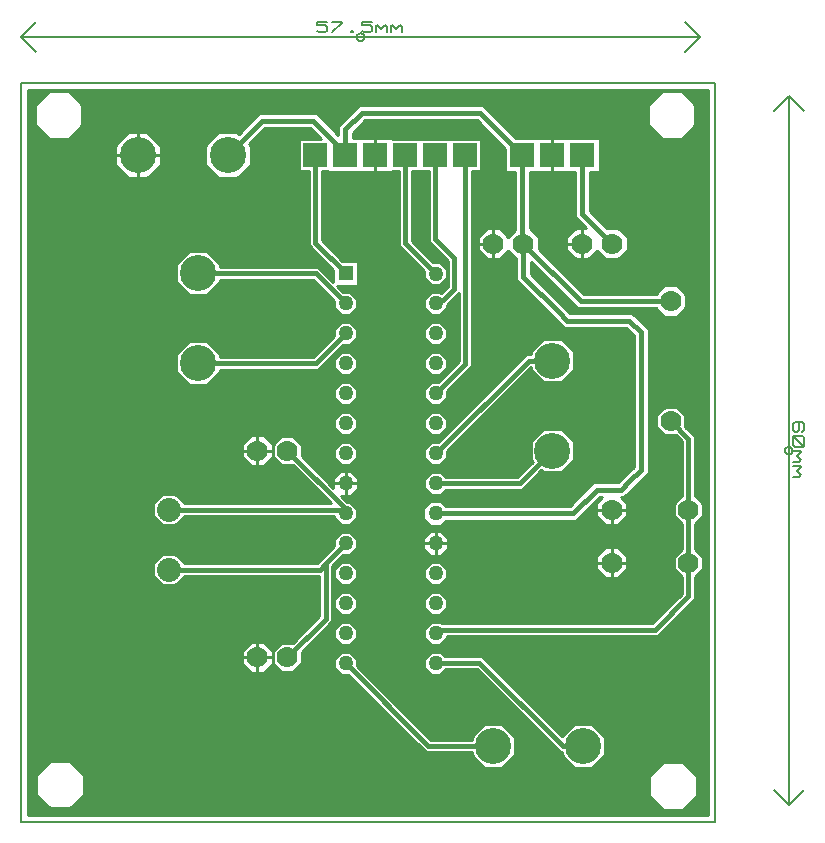
<source format=gbr>
G04 PROTEUS GERBER X2 FILE*
%TF.GenerationSoftware,Labcenter,Proteus,8.12-SP2-Build31155*%
%TF.CreationDate,2022-10-21T14:46:11+00:00*%
%TF.FileFunction,Copper,L2,Bot*%
%TF.FilePolarity,Positive*%
%TF.Part,Single*%
%TF.SameCoordinates,{e95fa94a-e835-4d4c-94da-25ea7e6aea94}*%
%FSLAX45Y45*%
%MOMM*%
G01*
%TA.AperFunction,Conductor*%
%ADD70C,0.400000*%
%ADD71C,0.203200*%
%ADD10C,0.254000*%
%TA.AperFunction,ComponentPad*%
%ADD11R,1.270000X1.270000*%
%ADD12C,1.270000*%
%TA.AperFunction,ComponentPad*%
%ADD13R,2.032000X2.032000*%
%TA.AperFunction,ComponentPad*%
%ADD14C,1.778000*%
%ADD15C,3.048000*%
%ADD16C,2.032000*%
%TA.AperFunction,Profile*%
%ADD17C,0.203200*%
%TA.AperFunction,NonMaterial*%
%ADD18C,0.203200*%
%TD.AperFunction*%
G36*
X+816041Y-1082040D02*
X-4940041Y-1082040D01*
X-4940041Y+5054080D01*
X+816041Y+5054080D01*
X+816041Y-1082040D01*
G37*
%LPC*%
G36*
X-4880799Y+4756826D02*
X-4880799Y+4923174D01*
X-4763174Y+5040799D01*
X-4596826Y+5040799D01*
X-4479201Y+4923174D01*
X-4479201Y+4756826D01*
X-4596826Y+4639201D01*
X-4763174Y+4639201D01*
X-4880799Y+4756826D01*
G37*
G36*
X+309201Y+4756826D02*
X+309201Y+4923174D01*
X+426826Y+5040799D01*
X+593174Y+5040799D01*
X+710799Y+4923174D01*
X+710799Y+4756826D01*
X+593174Y+4639201D01*
X+426826Y+4639201D01*
X+309201Y+4756826D01*
G37*
G36*
X+319201Y-923174D02*
X+319201Y-756826D01*
X+436826Y-639201D01*
X+603174Y-639201D01*
X+720799Y-756826D01*
X+720799Y-923174D01*
X+603174Y-1040799D01*
X+436826Y-1040799D01*
X+319201Y-923174D01*
G37*
G36*
X-4870799Y-913174D02*
X-4870799Y-746826D01*
X-4753174Y-629201D01*
X-4586826Y-629201D01*
X-4469201Y-746826D01*
X-4469201Y-913174D01*
X-4586826Y-1030799D01*
X-4753174Y-1030799D01*
X-4870799Y-913174D01*
G37*
G36*
X-809431Y+4644779D02*
X-101221Y+4644779D01*
X-101221Y+4355221D01*
X-182821Y+4355221D01*
X-182821Y+4026169D01*
X-38731Y+3882079D01*
X+58709Y+3882079D01*
X+136079Y+3804709D01*
X+136079Y+3695291D01*
X+58709Y+3617921D01*
X-50709Y+3617921D01*
X-123000Y+3690212D01*
X-195291Y+3617921D01*
X-304709Y+3617921D01*
X-382079Y+3695291D01*
X-382079Y+3804709D01*
X-304709Y+3882079D01*
X-217427Y+3882079D01*
X-309179Y+3973831D01*
X-309179Y+4355221D01*
X-690821Y+4355221D01*
X-690821Y+3881609D01*
X-613921Y+3804709D01*
X-613921Y+3707269D01*
X-235831Y+3329179D01*
X+376391Y+3329179D01*
X+445291Y+3398079D01*
X+554709Y+3398079D01*
X+632079Y+3320709D01*
X+632079Y+3211291D01*
X+554709Y+3133921D01*
X+445291Y+3133921D01*
X+376391Y+3202821D01*
X-288169Y+3202821D01*
X-682821Y+3597473D01*
X-682821Y+3497899D01*
X-348771Y+3163849D01*
X+175499Y+3163849D01*
X+313179Y+3026169D01*
X+313179Y+1809929D01*
X+108120Y+1604870D01*
X+81918Y+1604870D01*
X+132079Y+1554709D01*
X+132079Y+1445291D01*
X+54709Y+1367921D01*
X-54709Y+1367921D01*
X-132079Y+1445291D01*
X-132079Y+1554709D01*
X-81918Y+1604870D01*
X-100966Y+1604870D01*
X-301015Y+1404821D01*
X-1400312Y+1404821D01*
X-1443812Y+1361321D01*
X-1532188Y+1361321D01*
X-1594679Y+1423812D01*
X-1594679Y+1512188D01*
X-1532188Y+1574679D01*
X-1443812Y+1574679D01*
X-1400312Y+1531179D01*
X-353353Y+1531179D01*
X-153304Y+1731228D01*
X+55782Y+1731228D01*
X+186821Y+1862267D01*
X+186821Y+2973831D01*
X+123161Y+3037491D01*
X-401109Y+3037491D01*
X-809179Y+3445561D01*
X-809179Y+3626391D01*
X-873000Y+3690212D01*
X-945291Y+3617921D01*
X-1054709Y+3617921D01*
X-1132079Y+3695291D01*
X-1132079Y+3804709D01*
X-1054709Y+3882079D01*
X-945291Y+3882079D01*
X-873000Y+3809788D01*
X-817179Y+3865609D01*
X-817179Y+4355221D01*
X-898779Y+4355221D01*
X-898779Y+4555431D01*
X-1140805Y+4797457D01*
X-2085365Y+4797457D01*
X-2190821Y+4692001D01*
X-2190821Y+4644779D01*
X-1855221Y+4644779D01*
X-1855221Y+4634619D01*
X-1103381Y+4634619D01*
X-1103381Y+4365381D01*
X-1184981Y+4365381D01*
X-1184982Y+2712038D01*
X-1391481Y+2505539D01*
X-1391481Y+2444021D01*
X-1448021Y+2387481D01*
X-1527979Y+2387481D01*
X-1584519Y+2444021D01*
X-1584519Y+2523979D01*
X-1527979Y+2580519D01*
X-1466461Y+2580519D01*
X-1291018Y+2755962D01*
X-1291018Y+3334002D01*
X-1391481Y+3233539D01*
X-1391481Y+3206021D01*
X-1448021Y+3149481D01*
X-1527979Y+3149481D01*
X-1584519Y+3206021D01*
X-1584519Y+3285979D01*
X-1527979Y+3342519D01*
X-1448021Y+3342519D01*
X-1440241Y+3334739D01*
X-1386729Y+3388251D01*
X-1386729Y+3606743D01*
X-1545019Y+3765033D01*
X-1545019Y+4365381D01*
X-1692981Y+4365381D01*
X-1692981Y+3777961D01*
X-1509539Y+3594519D01*
X-1448021Y+3594519D01*
X-1391481Y+3537979D01*
X-1391481Y+3458021D01*
X-1448021Y+3401481D01*
X-1527979Y+3401481D01*
X-1584519Y+3458021D01*
X-1584519Y+3519539D01*
X-1799019Y+3734039D01*
X-1799019Y+4365381D01*
X-1855221Y+4365381D01*
X-1855221Y+4355221D01*
X-2398779Y+4355221D01*
X-2398779Y+4365381D01*
X-2454981Y+4365381D01*
X-2454981Y+3779961D01*
X-2279159Y+3604139D01*
X-2145861Y+3604139D01*
X-2145861Y+3395861D01*
X-2324881Y+3395861D01*
X-2271539Y+3342519D01*
X-2210021Y+3342519D01*
X-2153481Y+3285979D01*
X-2153481Y+3206021D01*
X-2210021Y+3149481D01*
X-2289979Y+3149481D01*
X-2346519Y+3206021D01*
X-2346519Y+3267539D01*
X-2525961Y+3446981D01*
X-3314581Y+3446981D01*
X-3314581Y+3423197D01*
X-3423197Y+3314581D01*
X-3576803Y+3314581D01*
X-3685419Y+3423197D01*
X-3685419Y+3576803D01*
X-3576803Y+3685419D01*
X-3423197Y+3685419D01*
X-3314581Y+3576803D01*
X-3314581Y+3553019D01*
X-2482039Y+3553019D01*
X-2354139Y+3425119D01*
X-2354139Y+3529159D01*
X-2561019Y+3736039D01*
X-2561019Y+4365381D01*
X-2642619Y+4365381D01*
X-2642619Y+4634619D01*
X-2456150Y+4634619D01*
X-2549715Y+4728184D01*
X-2932468Y+4728184D01*
X-3067031Y+4593621D01*
X-3054421Y+4581011D01*
X-3054421Y+4418989D01*
X-3168989Y+4304421D01*
X-3331011Y+4304421D01*
X-3445579Y+4418989D01*
X-3445579Y+4581011D01*
X-3331011Y+4695579D01*
X-3168989Y+4695579D01*
X-3156379Y+4682969D01*
X-2984806Y+4854542D01*
X-2497377Y+4854542D01*
X-2317179Y+4674344D01*
X-2317179Y+4744339D01*
X-2137703Y+4923815D01*
X-1088467Y+4923815D01*
X-809431Y+4644779D01*
G37*
G36*
X-2153481Y+3031979D02*
X-2153481Y+2952021D01*
X-2210021Y+2895481D01*
X-2271539Y+2895481D01*
X-2482039Y+2684981D01*
X-3314581Y+2684981D01*
X-3314581Y+2661197D01*
X-3423197Y+2552581D01*
X-3576803Y+2552581D01*
X-3685419Y+2661197D01*
X-3685419Y+2814803D01*
X-3576803Y+2923419D01*
X-3423197Y+2923419D01*
X-3314581Y+2814803D01*
X-3314581Y+2791019D01*
X-2525961Y+2791019D01*
X-2346519Y+2970461D01*
X-2346519Y+3031979D01*
X-2289979Y+3088519D01*
X-2210021Y+3088519D01*
X-2153481Y+3031979D01*
G37*
G36*
X-2346519Y+2698021D02*
X-2346519Y+2777979D01*
X-2289979Y+2834519D01*
X-2210021Y+2834519D01*
X-2153481Y+2777979D01*
X-2153481Y+2698021D01*
X-2210021Y+2641481D01*
X-2289979Y+2641481D01*
X-2346519Y+2698021D01*
G37*
G36*
X-2346519Y+2444021D02*
X-2346519Y+2523979D01*
X-2289979Y+2580519D01*
X-2210021Y+2580519D01*
X-2153481Y+2523979D01*
X-2153481Y+2444021D01*
X-2210021Y+2387481D01*
X-2289979Y+2387481D01*
X-2346519Y+2444021D01*
G37*
G36*
X-2346519Y+2190021D02*
X-2346519Y+2269979D01*
X-2289979Y+2326519D01*
X-2210021Y+2326519D01*
X-2153481Y+2269979D01*
X-2153481Y+2190021D01*
X-2210021Y+2133481D01*
X-2289979Y+2133481D01*
X-2346519Y+2190021D01*
G37*
G36*
X-2346519Y+1936021D02*
X-2346519Y+2015979D01*
X-2289979Y+2072519D01*
X-2210021Y+2072519D01*
X-2153481Y+2015979D01*
X-2153481Y+1936021D01*
X-2210021Y+1879481D01*
X-2289979Y+1879481D01*
X-2346519Y+1936021D01*
G37*
G36*
X-2624081Y+2050501D02*
X-2624081Y+1953061D01*
X-2356679Y+1685659D01*
X-2356679Y+1766188D01*
X-2294188Y+1828679D01*
X-2205812Y+1828679D01*
X-2143321Y+1766188D01*
X-2143321Y+1677812D01*
X-2205812Y+1615321D01*
X-2286341Y+1615321D01*
X-2235539Y+1564519D01*
X-2210021Y+1564519D01*
X-2153481Y+1507979D01*
X-2153481Y+1428021D01*
X-2210021Y+1371481D01*
X-2289979Y+1371481D01*
X-2346519Y+1428021D01*
X-2346519Y+1446981D01*
X-3615381Y+1446981D01*
X-3615381Y+1444239D01*
X-3694239Y+1365381D01*
X-3805761Y+1365381D01*
X-3884619Y+1444239D01*
X-3884619Y+1555761D01*
X-3805761Y+1634619D01*
X-3694239Y+1634619D01*
X-3615381Y+1555761D01*
X-3615381Y+1553019D01*
X-2373999Y+1553019D01*
X-2699061Y+1878081D01*
X-2796501Y+1878081D01*
X-2867919Y+1949499D01*
X-2867919Y+2050501D01*
X-2796501Y+2121919D01*
X-2695499Y+2121919D01*
X-2624081Y+2050501D01*
G37*
G36*
X-2153481Y+1253979D02*
X-2153481Y+1174021D01*
X-2210021Y+1117481D01*
X-2271539Y+1117481D01*
X-2367533Y+1021487D01*
X-2367533Y+553487D01*
X-2624081Y+296939D01*
X-2624081Y+199499D01*
X-2695499Y+128081D01*
X-2796501Y+128081D01*
X-2867919Y+199499D01*
X-2867919Y+300501D01*
X-2796501Y+371919D01*
X-2699061Y+371919D01*
X-2473571Y+597409D01*
X-2473571Y+938981D01*
X-3615381Y+938981D01*
X-3615381Y+936239D01*
X-3694239Y+857381D01*
X-3805761Y+857381D01*
X-3884619Y+936239D01*
X-3884619Y+1047761D01*
X-3805761Y+1126619D01*
X-3694239Y+1126619D01*
X-3615381Y+1047761D01*
X-3615381Y+1045019D01*
X-2493961Y+1045019D01*
X-2346519Y+1192461D01*
X-2346519Y+1253979D01*
X-2289979Y+1310519D01*
X-2210021Y+1310519D01*
X-2153481Y+1253979D01*
G37*
G36*
X-2346519Y+920021D02*
X-2346519Y+999979D01*
X-2289979Y+1056519D01*
X-2210021Y+1056519D01*
X-2153481Y+999979D01*
X-2153481Y+920021D01*
X-2210021Y+863481D01*
X-2289979Y+863481D01*
X-2346519Y+920021D01*
G37*
G36*
X-2346519Y+666021D02*
X-2346519Y+745979D01*
X-2289979Y+802519D01*
X-2210021Y+802519D01*
X-2153481Y+745979D01*
X-2153481Y+666021D01*
X-2210021Y+609481D01*
X-2289979Y+609481D01*
X-2346519Y+666021D01*
G37*
G36*
X-2346519Y+412021D02*
X-2346519Y+491979D01*
X-2289979Y+548519D01*
X-2210021Y+548519D01*
X-2153481Y+491979D01*
X-2153481Y+412021D01*
X-2210021Y+355481D01*
X-2289979Y+355481D01*
X-2346519Y+412021D01*
G37*
G36*
X-2153481Y+237979D02*
X-2153481Y+176461D01*
X-1530039Y-446981D01*
X-1185419Y-446981D01*
X-1185419Y-423197D01*
X-1076803Y-314581D01*
X-923197Y-314581D01*
X-814581Y-423197D01*
X-814581Y-576803D01*
X-923197Y-685419D01*
X-1076803Y-685419D01*
X-1185419Y-576803D01*
X-1185419Y-553019D01*
X-1573961Y-553019D01*
X-2228461Y+101481D01*
X-2289979Y+101481D01*
X-2346519Y+158021D01*
X-2346519Y+237979D01*
X-2289979Y+294519D01*
X-2210021Y+294519D01*
X-2153481Y+237979D01*
G37*
G36*
X-1410491Y+256989D02*
X-1096664Y+256989D01*
X-419948Y-419726D01*
X-314803Y-314581D01*
X-161197Y-314581D01*
X-52581Y-423197D01*
X-52581Y-576803D01*
X-161197Y-685419D01*
X-314803Y-685419D01*
X-423419Y-576803D01*
X-423419Y-553019D01*
X-436616Y-553019D01*
X-1140586Y+150951D01*
X-1398551Y+150951D01*
X-1448021Y+101481D01*
X-1527979Y+101481D01*
X-1584519Y+158021D01*
X-1584519Y+237979D01*
X-1527979Y+294519D01*
X-1448021Y+294519D01*
X-1410491Y+256989D01*
G37*
G36*
X+621919Y+2300501D02*
X+621919Y+2203061D01*
X+703019Y+2121961D01*
X+703019Y+1619401D01*
X+771919Y+1550501D01*
X+771919Y+1449499D01*
X+703019Y+1380599D01*
X+703019Y+1169401D01*
X+771919Y+1100501D01*
X+771919Y+999499D01*
X+703019Y+930599D01*
X+703019Y+742796D01*
X+390436Y+430213D01*
X-1391481Y+430213D01*
X-1391481Y+412021D01*
X-1448021Y+355481D01*
X-1527979Y+355481D01*
X-1584519Y+412021D01*
X-1584519Y+491979D01*
X-1527979Y+548519D01*
X-1448021Y+548519D01*
X-1435753Y+536251D01*
X+346514Y+536251D01*
X+596981Y+786718D01*
X+596981Y+930599D01*
X+528081Y+999499D01*
X+528081Y+1100501D01*
X+596981Y+1169401D01*
X+596981Y+1380599D01*
X+528081Y+1449499D01*
X+528081Y+1550501D01*
X+596981Y+1619401D01*
X+596981Y+2078039D01*
X+546939Y+2128081D01*
X+449499Y+2128081D01*
X+378081Y+2199499D01*
X+378081Y+2300501D01*
X+449499Y+2371919D01*
X+550501Y+2371919D01*
X+621919Y+2300501D01*
G37*
G36*
X-1584519Y+666021D02*
X-1584519Y+745979D01*
X-1527979Y+802519D01*
X-1448021Y+802519D01*
X-1391481Y+745979D01*
X-1391481Y+666021D01*
X-1448021Y+609481D01*
X-1527979Y+609481D01*
X-1584519Y+666021D01*
G37*
G36*
X-1584519Y+920021D02*
X-1584519Y+999979D01*
X-1527979Y+1056519D01*
X-1448021Y+1056519D01*
X-1391481Y+999979D01*
X-1391481Y+920021D01*
X-1448021Y+863481D01*
X-1527979Y+863481D01*
X-1584519Y+920021D01*
G37*
G36*
X-1594679Y+1169812D02*
X-1594679Y+1258188D01*
X-1532188Y+1320679D01*
X-1443812Y+1320679D01*
X-1381321Y+1258188D01*
X-1381321Y+1169812D01*
X-1443812Y+1107321D01*
X-1532188Y+1107321D01*
X-1594679Y+1169812D01*
G37*
G36*
X-314581Y+2076803D02*
X-314581Y+1923197D01*
X-423197Y+1814581D01*
X-576803Y+1814581D01*
X-593621Y+1831399D01*
X-756039Y+1668981D01*
X-1404521Y+1668981D01*
X-1448021Y+1625481D01*
X-1527979Y+1625481D01*
X-1584519Y+1682021D01*
X-1584519Y+1761979D01*
X-1527979Y+1818519D01*
X-1448021Y+1818519D01*
X-1404521Y+1775019D01*
X-799961Y+1775019D01*
X-668601Y+1906379D01*
X-685419Y+1923197D01*
X-685419Y+2076803D01*
X-576803Y+2185419D01*
X-423197Y+2185419D01*
X-314581Y+2076803D01*
G37*
G36*
X-314581Y+2838803D02*
X-314581Y+2685197D01*
X-423197Y+2576581D01*
X-576803Y+2576581D01*
X-685419Y+2685197D01*
X-685419Y+2703601D01*
X-1391481Y+1997539D01*
X-1391481Y+1936021D01*
X-1448021Y+1879481D01*
X-1527979Y+1879481D01*
X-1584519Y+1936021D01*
X-1584519Y+2015979D01*
X-1527979Y+2072519D01*
X-1466461Y+2072519D01*
X-723961Y+2815019D01*
X-685419Y+2815019D01*
X-685419Y+2838803D01*
X-576803Y+2947419D01*
X-423197Y+2947419D01*
X-314581Y+2838803D01*
G37*
G36*
X-1584519Y+2190021D02*
X-1584519Y+2269979D01*
X-1527979Y+2326519D01*
X-1448021Y+2326519D01*
X-1391481Y+2269979D01*
X-1391481Y+2190021D01*
X-1448021Y+2133481D01*
X-1527979Y+2133481D01*
X-1584519Y+2190021D01*
G37*
G36*
X-1584519Y+2698021D02*
X-1584519Y+2777979D01*
X-1527979Y+2834519D01*
X-1448021Y+2834519D01*
X-1391481Y+2777979D01*
X-1391481Y+2698021D01*
X-1448021Y+2641481D01*
X-1527979Y+2641481D01*
X-1584519Y+2698021D01*
G37*
G36*
X-1584519Y+2952021D02*
X-1584519Y+3031979D01*
X-1527979Y+3088519D01*
X-1448021Y+3088519D01*
X-1391481Y+3031979D01*
X-1391481Y+2952021D01*
X-1448021Y+2895481D01*
X-1527979Y+2895481D01*
X-1584519Y+2952021D01*
G37*
G36*
X-132079Y+995291D02*
X-132079Y+1104709D01*
X-54709Y+1182079D01*
X+54709Y+1182079D01*
X+132079Y+1104709D01*
X+132079Y+995291D01*
X+54709Y+917921D01*
X-54709Y+917921D01*
X-132079Y+995291D01*
G37*
G36*
X-3132079Y+1945291D02*
X-3132079Y+2054709D01*
X-3054709Y+2132079D01*
X-2945291Y+2132079D01*
X-2867921Y+2054709D01*
X-2867921Y+1945291D01*
X-2945291Y+1867921D01*
X-3054709Y+1867921D01*
X-3132079Y+1945291D01*
G37*
G36*
X-3132079Y+195291D02*
X-3132079Y+304709D01*
X-3054709Y+382079D01*
X-2945291Y+382079D01*
X-2867921Y+304709D01*
X-2867921Y+195291D01*
X-2945291Y+117921D01*
X-3054709Y+117921D01*
X-3132079Y+195291D01*
G37*
G36*
X-3930989Y+4304421D02*
X-4093011Y+4304421D01*
X-4207579Y+4418989D01*
X-4207579Y+4581011D01*
X-4093011Y+4695579D01*
X-3930989Y+4695579D01*
X-3816421Y+4581011D01*
X-3816421Y+4418989D01*
X-3930989Y+4304421D01*
G37*
%LPD*%
D70*
X-754000Y+4500000D02*
X-754000Y+3758000D01*
X-746000Y+3750000D01*
X-246000Y+4500000D02*
X-246000Y+4000000D01*
X+4000Y+3750000D01*
X-2508000Y+4500000D02*
X-2508000Y+3758000D01*
X-2250000Y+3500000D01*
X-1746000Y+4500000D02*
X-1746000Y+3756000D01*
X-1488000Y+3498000D01*
X-1238000Y+4500000D02*
X-1238000Y+2734000D01*
X-1488000Y+2484000D01*
X-3500000Y+3500000D02*
X-2504000Y+3500000D01*
X-2250000Y+3246000D01*
X-3500000Y+2738000D02*
X-2504000Y+2738000D01*
X-2250000Y+2992000D01*
X-3750000Y+1500000D02*
X-2282000Y+1500000D01*
X-2250000Y+1468000D01*
X-2746000Y+2000000D02*
X-2250000Y+1504000D01*
X-2250000Y+1468000D01*
X-1000000Y-500000D02*
X-1552000Y-500000D01*
X-2250000Y+198000D01*
X-238000Y-500000D02*
X-414655Y-500000D01*
X-1118625Y+203970D01*
X-1482030Y+203970D01*
X-1488000Y+198000D01*
X-3250000Y+4500000D02*
X-2958637Y+4791363D01*
X-2896625Y+4791363D01*
X-2523546Y+4791363D01*
X-2254000Y+4521817D01*
X-2254000Y+4500000D01*
X-2254000Y+4521817D02*
X-2254000Y+4718170D01*
X-2111534Y+4860636D01*
X-1114636Y+4860636D01*
X-754000Y+4500000D01*
X-746000Y+3750000D02*
X-262000Y+3266000D01*
X+500000Y+3266000D01*
X+500000Y+2250000D02*
X+650000Y+2100000D01*
X+650000Y+1500000D01*
X+650000Y+1050000D01*
X+650000Y+764757D01*
X+368475Y+483232D01*
X-1456768Y+483232D01*
X-1488000Y+452000D01*
X-500000Y+2762000D02*
X-702000Y+2762000D01*
X-1488000Y+1976000D01*
X-500000Y+2000000D02*
X-778000Y+1722000D01*
X-1488000Y+1722000D01*
X-746000Y+3750000D02*
X-746000Y+3471730D01*
X-452379Y+3178109D01*
X-374940Y+3100670D01*
X+149330Y+3100670D01*
X+250000Y+3000000D01*
X+250000Y+1836098D01*
X+151646Y+1737744D01*
X+81951Y+1668049D01*
X-127135Y+1668049D01*
X-327184Y+1468000D01*
X-1488000Y+1468000D01*
X-1492000Y+4500000D02*
X-1492000Y+3786994D01*
X-1333710Y+3628704D01*
X-1333710Y+3366290D01*
X-1424500Y+3275500D01*
X-1488000Y+3246000D01*
X-3750000Y+992000D02*
X-2472000Y+992000D01*
X-2746000Y+250000D02*
X-2420552Y+575448D01*
X-2420552Y+944156D01*
X-2420552Y+1043448D01*
X-2349357Y+1114643D01*
D71*
X-2313500Y+1150500D01*
X-2250000Y+1214000D01*
D70*
X-2349357Y+1114643D02*
X-2313500Y+1150500D01*
X-2250000Y+1214000D01*
X-2472000Y+992000D02*
X-2420552Y+1043448D01*
D10*
X+816041Y-1082040D02*
X-4940041Y-1082040D01*
X-4940041Y+5054080D01*
X+816041Y+5054080D01*
X+816041Y-1082040D01*
X-4880799Y+4756826D02*
X-4880799Y+4923174D01*
X-4763174Y+5040799D01*
X-4596826Y+5040799D01*
X-4479201Y+4923174D01*
X-4479201Y+4756826D01*
X-4596826Y+4639201D01*
X-4763174Y+4639201D01*
X-4880799Y+4756826D01*
X+309201Y+4756826D02*
X+309201Y+4923174D01*
X+426826Y+5040799D01*
X+593174Y+5040799D01*
X+710799Y+4923174D01*
X+710799Y+4756826D01*
X+593174Y+4639201D01*
X+426826Y+4639201D01*
X+309201Y+4756826D01*
X+319201Y-923174D02*
X+319201Y-756826D01*
X+436826Y-639201D01*
X+603174Y-639201D01*
X+720799Y-756826D01*
X+720799Y-923174D01*
X+603174Y-1040799D01*
X+436826Y-1040799D01*
X+319201Y-923174D01*
X-4870799Y-913174D02*
X-4870799Y-746826D01*
X-4753174Y-629201D01*
X-4586826Y-629201D01*
X-4469201Y-746826D01*
X-4469201Y-913174D01*
X-4586826Y-1030799D01*
X-4753174Y-1030799D01*
X-4870799Y-913174D01*
X-809431Y+4644779D02*
X-101221Y+4644779D01*
X-101221Y+4355221D01*
X-182821Y+4355221D01*
X-182821Y+4026169D01*
X-38731Y+3882079D01*
X+58709Y+3882079D01*
X+136079Y+3804709D01*
X+136079Y+3695291D01*
X+58709Y+3617921D01*
X-50709Y+3617921D01*
X-123000Y+3690212D01*
X-195291Y+3617921D01*
X-304709Y+3617921D01*
X-382079Y+3695291D01*
X-382079Y+3804709D01*
X-304709Y+3882079D01*
X-217427Y+3882079D01*
X-309179Y+3973831D01*
X-309179Y+4355221D01*
X-690821Y+4355221D01*
X-690821Y+3881609D01*
X-613921Y+3804709D01*
X-613921Y+3707269D01*
X-235831Y+3329179D01*
X+376391Y+3329179D01*
X+445291Y+3398079D01*
X+554709Y+3398079D01*
X+632079Y+3320709D01*
X+632079Y+3211291D01*
X+554709Y+3133921D01*
X+445291Y+3133921D01*
X+376391Y+3202821D01*
X-288169Y+3202821D01*
X-682821Y+3597473D01*
X-682821Y+3497899D01*
X-348771Y+3163849D01*
X+175499Y+3163849D01*
X+313179Y+3026169D01*
X+313179Y+1809929D01*
X+108120Y+1604870D01*
X+81918Y+1604870D01*
X+132079Y+1554709D01*
X+132079Y+1445291D01*
X+54709Y+1367921D01*
X-54709Y+1367921D01*
X-132079Y+1445291D01*
X-132079Y+1554709D01*
X-81918Y+1604870D01*
X-100966Y+1604870D01*
X-301015Y+1404821D01*
X-1400312Y+1404821D01*
X-1443812Y+1361321D01*
X-1532188Y+1361321D01*
X-1594679Y+1423812D01*
X-1594679Y+1512188D01*
X-1532188Y+1574679D01*
X-1443812Y+1574679D01*
X-1400312Y+1531179D01*
X-353353Y+1531179D01*
X-153304Y+1731228D01*
X+55782Y+1731228D01*
X+186821Y+1862267D01*
X+186821Y+2973831D01*
X+123161Y+3037491D01*
X-401109Y+3037491D01*
X-809179Y+3445561D01*
X-809179Y+3626391D01*
X-873000Y+3690212D01*
X-945291Y+3617921D01*
X-1054709Y+3617921D01*
X-1132079Y+3695291D01*
X-1132079Y+3804709D01*
X-1054709Y+3882079D01*
X-945291Y+3882079D01*
X-873000Y+3809788D01*
X-817179Y+3865609D01*
X-817179Y+4355221D01*
X-898779Y+4355221D01*
X-898779Y+4555431D01*
X-1140805Y+4797457D01*
X-2085365Y+4797457D01*
X-2190821Y+4692001D01*
X-2190821Y+4644779D01*
X-1855221Y+4644779D01*
X-1855221Y+4634619D01*
X-1103381Y+4634619D01*
X-1103381Y+4365381D01*
X-1184981Y+4365381D01*
X-1184982Y+2712038D01*
X-1391481Y+2505539D01*
X-1391481Y+2444021D01*
X-1448021Y+2387481D01*
X-1527979Y+2387481D01*
X-1584519Y+2444021D01*
X-1584519Y+2523979D01*
X-1527979Y+2580519D01*
X-1466461Y+2580519D01*
X-1291018Y+2755962D01*
X-1291018Y+3334002D01*
X-1391481Y+3233539D01*
X-1391481Y+3206021D01*
X-1448021Y+3149481D01*
X-1527979Y+3149481D01*
X-1584519Y+3206021D01*
X-1584519Y+3285979D01*
X-1527979Y+3342519D01*
X-1448021Y+3342519D01*
X-1440241Y+3334739D01*
X-1386729Y+3388251D01*
X-1386729Y+3606743D01*
X-1545019Y+3765033D01*
X-1545019Y+4365381D01*
X-1692981Y+4365381D01*
X-1692981Y+3777961D01*
X-1509539Y+3594519D01*
X-1448021Y+3594519D01*
X-1391481Y+3537979D01*
X-1391481Y+3458021D01*
X-1448021Y+3401481D01*
X-1527979Y+3401481D01*
X-1584519Y+3458021D01*
X-1584519Y+3519539D01*
X-1799019Y+3734039D01*
X-1799019Y+4365381D01*
X-1855221Y+4365381D01*
X-1855221Y+4355221D01*
X-2398779Y+4355221D01*
X-2398779Y+4365381D01*
X-2454981Y+4365381D01*
X-2454981Y+3779961D01*
X-2279159Y+3604139D01*
X-2145861Y+3604139D01*
X-2145861Y+3395861D01*
X-2324881Y+3395861D01*
X-2271539Y+3342519D01*
X-2210021Y+3342519D01*
X-2153481Y+3285979D01*
X-2153481Y+3206021D01*
X-2210021Y+3149481D01*
X-2289979Y+3149481D01*
X-2346519Y+3206021D01*
X-2346519Y+3267539D01*
X-2525961Y+3446981D01*
X-3314581Y+3446981D01*
X-3314581Y+3423197D01*
X-3423197Y+3314581D01*
X-3576803Y+3314581D01*
X-3685419Y+3423197D01*
X-3685419Y+3576803D01*
X-3576803Y+3685419D01*
X-3423197Y+3685419D01*
X-3314581Y+3576803D01*
X-3314581Y+3553019D01*
X-2482039Y+3553019D01*
X-2354139Y+3425119D01*
X-2354139Y+3529159D01*
X-2561019Y+3736039D01*
X-2561019Y+4365381D01*
X-2642619Y+4365381D01*
X-2642619Y+4634619D01*
X-2456150Y+4634619D01*
X-2549715Y+4728184D01*
X-2932468Y+4728184D01*
X-3067031Y+4593621D01*
X-3054421Y+4581011D01*
X-3054421Y+4418989D01*
X-3168989Y+4304421D01*
X-3331011Y+4304421D01*
X-3445579Y+4418989D01*
X-3445579Y+4581011D01*
X-3331011Y+4695579D01*
X-3168989Y+4695579D01*
X-3156379Y+4682969D01*
X-2984806Y+4854542D01*
X-2497377Y+4854542D01*
X-2317179Y+4674344D01*
X-2317179Y+4744339D01*
X-2137703Y+4923815D01*
X-1088467Y+4923815D01*
X-809431Y+4644779D01*
X-2153481Y+3031979D02*
X-2153481Y+2952021D01*
X-2210021Y+2895481D01*
X-2271539Y+2895481D01*
X-2482039Y+2684981D01*
X-3314581Y+2684981D01*
X-3314581Y+2661197D01*
X-3423197Y+2552581D01*
X-3576803Y+2552581D01*
X-3685419Y+2661197D01*
X-3685419Y+2814803D01*
X-3576803Y+2923419D01*
X-3423197Y+2923419D01*
X-3314581Y+2814803D01*
X-3314581Y+2791019D01*
X-2525961Y+2791019D01*
X-2346519Y+2970461D01*
X-2346519Y+3031979D01*
X-2289979Y+3088519D01*
X-2210021Y+3088519D01*
X-2153481Y+3031979D01*
X-2346519Y+2698021D02*
X-2346519Y+2777979D01*
X-2289979Y+2834519D01*
X-2210021Y+2834519D01*
X-2153481Y+2777979D01*
X-2153481Y+2698021D01*
X-2210021Y+2641481D01*
X-2289979Y+2641481D01*
X-2346519Y+2698021D01*
X-2346519Y+2444021D02*
X-2346519Y+2523979D01*
X-2289979Y+2580519D01*
X-2210021Y+2580519D01*
X-2153481Y+2523979D01*
X-2153481Y+2444021D01*
X-2210021Y+2387481D01*
X-2289979Y+2387481D01*
X-2346519Y+2444021D01*
X-2346519Y+2190021D02*
X-2346519Y+2269979D01*
X-2289979Y+2326519D01*
X-2210021Y+2326519D01*
X-2153481Y+2269979D01*
X-2153481Y+2190021D01*
X-2210021Y+2133481D01*
X-2289979Y+2133481D01*
X-2346519Y+2190021D01*
X-2346519Y+1936021D02*
X-2346519Y+2015979D01*
X-2289979Y+2072519D01*
X-2210021Y+2072519D01*
X-2153481Y+2015979D01*
X-2153481Y+1936021D01*
X-2210021Y+1879481D01*
X-2289979Y+1879481D01*
X-2346519Y+1936021D01*
X-2624081Y+2050501D02*
X-2624081Y+1953061D01*
X-2356679Y+1685659D01*
X-2356679Y+1766188D01*
X-2294188Y+1828679D01*
X-2205812Y+1828679D01*
X-2143321Y+1766188D01*
X-2143321Y+1677812D01*
X-2205812Y+1615321D01*
X-2286341Y+1615321D01*
X-2235539Y+1564519D01*
X-2210021Y+1564519D01*
X-2153481Y+1507979D01*
X-2153481Y+1428021D01*
X-2210021Y+1371481D01*
X-2289979Y+1371481D01*
X-2346519Y+1428021D01*
X-2346519Y+1446981D01*
X-3615381Y+1446981D01*
X-3615381Y+1444239D01*
X-3694239Y+1365381D01*
X-3805761Y+1365381D01*
X-3884619Y+1444239D01*
X-3884619Y+1555761D01*
X-3805761Y+1634619D01*
X-3694239Y+1634619D01*
X-3615381Y+1555761D01*
X-3615381Y+1553019D01*
X-2373999Y+1553019D01*
X-2699061Y+1878081D01*
X-2796501Y+1878081D01*
X-2867919Y+1949499D01*
X-2867919Y+2050501D01*
X-2796501Y+2121919D01*
X-2695499Y+2121919D01*
X-2624081Y+2050501D01*
X-2153481Y+1253979D02*
X-2153481Y+1174021D01*
X-2210021Y+1117481D01*
X-2271539Y+1117481D01*
X-2367533Y+1021487D01*
X-2367533Y+553487D01*
X-2624081Y+296939D01*
X-2624081Y+199499D01*
X-2695499Y+128081D01*
X-2796501Y+128081D01*
X-2867919Y+199499D01*
X-2867919Y+300501D01*
X-2796501Y+371919D01*
X-2699061Y+371919D01*
X-2473571Y+597409D01*
X-2473571Y+938981D01*
X-3615381Y+938981D01*
X-3615381Y+936239D01*
X-3694239Y+857381D01*
X-3805761Y+857381D01*
X-3884619Y+936239D01*
X-3884619Y+1047761D01*
X-3805761Y+1126619D01*
X-3694239Y+1126619D01*
X-3615381Y+1047761D01*
X-3615381Y+1045019D01*
X-2493961Y+1045019D01*
X-2346519Y+1192461D01*
X-2346519Y+1253979D01*
X-2289979Y+1310519D01*
X-2210021Y+1310519D01*
X-2153481Y+1253979D01*
X-2346519Y+920021D02*
X-2346519Y+999979D01*
X-2289979Y+1056519D01*
X-2210021Y+1056519D01*
X-2153481Y+999979D01*
X-2153481Y+920021D01*
X-2210021Y+863481D01*
X-2289979Y+863481D01*
X-2346519Y+920021D01*
X-2346519Y+666021D02*
X-2346519Y+745979D01*
X-2289979Y+802519D01*
X-2210021Y+802519D01*
X-2153481Y+745979D01*
X-2153481Y+666021D01*
X-2210021Y+609481D01*
X-2289979Y+609481D01*
X-2346519Y+666021D01*
X-2346519Y+412021D02*
X-2346519Y+491979D01*
X-2289979Y+548519D01*
X-2210021Y+548519D01*
X-2153481Y+491979D01*
X-2153481Y+412021D01*
X-2210021Y+355481D01*
X-2289979Y+355481D01*
X-2346519Y+412021D01*
X-2153481Y+237979D02*
X-2153481Y+176461D01*
X-1530039Y-446981D01*
X-1185419Y-446981D01*
X-1185419Y-423197D01*
X-1076803Y-314581D01*
X-923197Y-314581D01*
X-814581Y-423197D01*
X-814581Y-576803D01*
X-923197Y-685419D01*
X-1076803Y-685419D01*
X-1185419Y-576803D01*
X-1185419Y-553019D01*
X-1573961Y-553019D01*
X-2228461Y+101481D01*
X-2289979Y+101481D01*
X-2346519Y+158021D01*
X-2346519Y+237979D01*
X-2289979Y+294519D01*
X-2210021Y+294519D01*
X-2153481Y+237979D01*
X-1410491Y+256989D02*
X-1096664Y+256989D01*
X-419948Y-419726D01*
X-314803Y-314581D01*
X-161197Y-314581D01*
X-52581Y-423197D01*
X-52581Y-576803D01*
X-161197Y-685419D01*
X-314803Y-685419D01*
X-423419Y-576803D01*
X-423419Y-553019D01*
X-436616Y-553019D01*
X-1140586Y+150951D01*
X-1398551Y+150951D01*
X-1448021Y+101481D01*
X-1527979Y+101481D01*
X-1584519Y+158021D01*
X-1584519Y+237979D01*
X-1527979Y+294519D01*
X-1448021Y+294519D01*
X-1410491Y+256989D01*
X+621919Y+2300501D02*
X+621919Y+2203061D01*
X+703019Y+2121961D01*
X+703019Y+1619401D01*
X+771919Y+1550501D01*
X+771919Y+1449499D01*
X+703019Y+1380599D01*
X+703019Y+1169401D01*
X+771919Y+1100501D01*
X+771919Y+999499D01*
X+703019Y+930599D01*
X+703019Y+742796D01*
X+390436Y+430213D01*
X-1391481Y+430213D01*
X-1391481Y+412021D01*
X-1448021Y+355481D01*
X-1527979Y+355481D01*
X-1584519Y+412021D01*
X-1584519Y+491979D01*
X-1527979Y+548519D01*
X-1448021Y+548519D01*
X-1435753Y+536251D01*
X+346514Y+536251D01*
X+596981Y+786718D01*
X+596981Y+930599D01*
X+528081Y+999499D01*
X+528081Y+1100501D01*
X+596981Y+1169401D01*
X+596981Y+1380599D01*
X+528081Y+1449499D01*
X+528081Y+1550501D01*
X+596981Y+1619401D01*
X+596981Y+2078039D01*
X+546939Y+2128081D01*
X+449499Y+2128081D01*
X+378081Y+2199499D01*
X+378081Y+2300501D01*
X+449499Y+2371919D01*
X+550501Y+2371919D01*
X+621919Y+2300501D01*
X-1584519Y+666021D02*
X-1584519Y+745979D01*
X-1527979Y+802519D01*
X-1448021Y+802519D01*
X-1391481Y+745979D01*
X-1391481Y+666021D01*
X-1448021Y+609481D01*
X-1527979Y+609481D01*
X-1584519Y+666021D01*
X-1584519Y+920021D02*
X-1584519Y+999979D01*
X-1527979Y+1056519D01*
X-1448021Y+1056519D01*
X-1391481Y+999979D01*
X-1391481Y+920021D01*
X-1448021Y+863481D01*
X-1527979Y+863481D01*
X-1584519Y+920021D01*
X-1594679Y+1169812D02*
X-1594679Y+1258188D01*
X-1532188Y+1320679D01*
X-1443812Y+1320679D01*
X-1381321Y+1258188D01*
X-1381321Y+1169812D01*
X-1443812Y+1107321D01*
X-1532188Y+1107321D01*
X-1594679Y+1169812D01*
X-314581Y+2076803D02*
X-314581Y+1923197D01*
X-423197Y+1814581D01*
X-576803Y+1814581D01*
X-593621Y+1831399D01*
X-756039Y+1668981D01*
X-1404521Y+1668981D01*
X-1448021Y+1625481D01*
X-1527979Y+1625481D01*
X-1584519Y+1682021D01*
X-1584519Y+1761979D01*
X-1527979Y+1818519D01*
X-1448021Y+1818519D01*
X-1404521Y+1775019D01*
X-799961Y+1775019D01*
X-668601Y+1906379D01*
X-685419Y+1923197D01*
X-685419Y+2076803D01*
X-576803Y+2185419D01*
X-423197Y+2185419D01*
X-314581Y+2076803D01*
X-314581Y+2838803D02*
X-314581Y+2685197D01*
X-423197Y+2576581D01*
X-576803Y+2576581D01*
X-685419Y+2685197D01*
X-685419Y+2703601D01*
X-1391481Y+1997539D01*
X-1391481Y+1936021D01*
X-1448021Y+1879481D01*
X-1527979Y+1879481D01*
X-1584519Y+1936021D01*
X-1584519Y+2015979D01*
X-1527979Y+2072519D01*
X-1466461Y+2072519D01*
X-723961Y+2815019D01*
X-685419Y+2815019D01*
X-685419Y+2838803D01*
X-576803Y+2947419D01*
X-423197Y+2947419D01*
X-314581Y+2838803D01*
X-1584519Y+2190021D02*
X-1584519Y+2269979D01*
X-1527979Y+2326519D01*
X-1448021Y+2326519D01*
X-1391481Y+2269979D01*
X-1391481Y+2190021D01*
X-1448021Y+2133481D01*
X-1527979Y+2133481D01*
X-1584519Y+2190021D01*
X-1584519Y+2698021D02*
X-1584519Y+2777979D01*
X-1527979Y+2834519D01*
X-1448021Y+2834519D01*
X-1391481Y+2777979D01*
X-1391481Y+2698021D01*
X-1448021Y+2641481D01*
X-1527979Y+2641481D01*
X-1584519Y+2698021D01*
X-1584519Y+2952021D02*
X-1584519Y+3031979D01*
X-1527979Y+3088519D01*
X-1448021Y+3088519D01*
X-1391481Y+3031979D01*
X-1391481Y+2952021D01*
X-1448021Y+2895481D01*
X-1527979Y+2895481D01*
X-1584519Y+2952021D01*
X-132079Y+995291D02*
X-132079Y+1104709D01*
X-54709Y+1182079D01*
X+54709Y+1182079D01*
X+132079Y+1104709D01*
X+132079Y+995291D01*
X+54709Y+917921D01*
X-54709Y+917921D01*
X-132079Y+995291D01*
X-3132079Y+1945291D02*
X-3132079Y+2054709D01*
X-3054709Y+2132079D01*
X-2945291Y+2132079D01*
X-2867921Y+2054709D01*
X-2867921Y+1945291D01*
X-2945291Y+1867921D01*
X-3054709Y+1867921D01*
X-3132079Y+1945291D01*
X-3132079Y+195291D02*
X-3132079Y+304709D01*
X-3054709Y+382079D01*
X-2945291Y+382079D01*
X-2867921Y+304709D01*
X-2867921Y+195291D01*
X-2945291Y+117921D01*
X-3054709Y+117921D01*
X-3132079Y+195291D01*
X-3930989Y+4304421D02*
X-4093011Y+4304421D01*
X-4207579Y+4418989D01*
X-4207579Y+4581011D01*
X-4093011Y+4695579D01*
X-3930989Y+4695579D01*
X-3816421Y+4581011D01*
X-3816421Y+4418989D01*
X-3930989Y+4304421D01*
X-2356679Y+1722000D02*
X-2250000Y+1722000D01*
X-2143321Y+1722000D02*
X-2250000Y+1722000D01*
X-2250000Y+1615321D02*
X-2250000Y+1722000D01*
X-2250000Y+1828679D02*
X-2250000Y+1722000D01*
X-1594679Y+1214000D02*
X-1488000Y+1214000D01*
X-1381321Y+1214000D02*
X-1488000Y+1214000D01*
X-1488000Y+1107321D02*
X-1488000Y+1214000D01*
X-1488000Y+1320679D02*
X-1488000Y+1214000D01*
X-500000Y+4355221D02*
X-500000Y+4500000D01*
X-500000Y+4644779D02*
X-500000Y+4500000D01*
X-1132079Y+3750000D02*
X-1000000Y+3750000D01*
X-1000000Y+3617921D02*
X-1000000Y+3750000D01*
X-1000000Y+3882079D02*
X-1000000Y+3750000D01*
X-382079Y+3750000D02*
X-250000Y+3750000D01*
X-250000Y+3617921D02*
X-250000Y+3750000D01*
X-250000Y+3882079D02*
X-250000Y+3750000D01*
X-132079Y+1500000D02*
X+0Y+1500000D01*
X+132079Y+1500000D02*
X+0Y+1500000D01*
X+0Y+1367921D02*
X+0Y+1500000D01*
X-132079Y+1050000D02*
X+0Y+1050000D01*
X+132079Y+1050000D02*
X+0Y+1050000D01*
X+0Y+917921D02*
X+0Y+1050000D01*
X+0Y+1182079D02*
X+0Y+1050000D01*
X-2000000Y+4355221D02*
X-2000000Y+4500000D01*
X-2000000Y+4644779D02*
X-2000000Y+4500000D01*
X-3132079Y+2000000D02*
X-3000000Y+2000000D01*
X-2867921Y+2000000D02*
X-3000000Y+2000000D01*
X-3000000Y+1867921D02*
X-3000000Y+2000000D01*
X-3000000Y+2132079D02*
X-3000000Y+2000000D01*
X-3132079Y+250000D02*
X-3000000Y+250000D01*
X-2867921Y+250000D02*
X-3000000Y+250000D01*
X-3000000Y+117921D02*
X-3000000Y+250000D01*
X-3000000Y+382079D02*
X-3000000Y+250000D01*
X-4012000Y+4304421D02*
X-4012000Y+4500000D01*
X-4012000Y+4695579D02*
X-4012000Y+4500000D01*
X-3816421Y+4500000D02*
X-4012000Y+4500000D01*
X-4207579Y+4500000D02*
X-4012000Y+4500000D01*
D11*
X-2250000Y+3500000D03*
D12*
X-2250000Y+3246000D03*
X-2250000Y+2992000D03*
X-2250000Y+2738000D03*
X-2250000Y+2484000D03*
X-2250000Y+2230000D03*
X-2250000Y+1976000D03*
X-2250000Y+1722000D03*
X-2250000Y+1468000D03*
X-2250000Y+1214000D03*
X-2250000Y+960000D03*
X-2250000Y+706000D03*
X-2250000Y+452000D03*
X-2250000Y+198000D03*
X-1488000Y+198000D03*
X-1488000Y+452000D03*
X-1488000Y+706000D03*
X-1488000Y+960000D03*
X-1488000Y+1214000D03*
X-1488000Y+1468000D03*
X-1488000Y+1722000D03*
X-1488000Y+1976000D03*
X-1488000Y+2230000D03*
X-1488000Y+2484000D03*
X-1488000Y+2738000D03*
X-1488000Y+2992000D03*
X-1488000Y+3246000D03*
X-1488000Y+3498000D03*
D13*
X-754000Y+4500000D03*
X-500000Y+4500000D03*
X-246000Y+4500000D03*
D14*
X-1000000Y+3750000D03*
X-746000Y+3750000D03*
X-250000Y+3750000D03*
X+4000Y+3750000D03*
X+500000Y+2250000D03*
X+500000Y+3266000D03*
X+0Y+1500000D03*
X+650000Y+1500000D03*
X+650000Y+1050000D03*
X+0Y+1050000D03*
D13*
X-2508000Y+4500000D03*
X-2254000Y+4500000D03*
X-2000000Y+4500000D03*
X-1746000Y+4500000D03*
X-1492000Y+4500000D03*
X-1238000Y+4500000D03*
D15*
X-3500000Y+3500000D03*
X-3500000Y+2738000D03*
D16*
X-3750000Y+1500000D03*
X-3750000Y+992000D03*
D14*
X-3000000Y+2000000D03*
X-2746000Y+2000000D03*
X-3000000Y+250000D03*
X-2746000Y+250000D03*
D15*
X-1000000Y-500000D03*
X-238000Y-500000D03*
X-3250000Y+4500000D03*
X-4012000Y+4500000D03*
X-500000Y+2000000D03*
X-500000Y+2762000D03*
D17*
X-5001000Y-1143000D02*
X+877000Y-1143000D01*
X+877000Y+5115040D01*
X-5001000Y+5115040D01*
X-5001000Y-1143000D01*
D18*
X-5000000Y+5500000D02*
X+750000Y+5500000D01*
X-5000000Y+5500000D02*
X-4873000Y+5373000D01*
X-5000000Y+5500000D02*
X-4873000Y+5627000D01*
X+750000Y+5500000D02*
X+623000Y+5627000D01*
X+750000Y+5500000D02*
X+623000Y+5373000D01*
X-2093250Y+5500000D02*
X-2093359Y+5502634D01*
X-2094249Y+5507903D01*
X-2096111Y+5513172D01*
X-2099154Y+5518441D01*
X-2103809Y+5523643D01*
X-2109078Y+5527469D01*
X-2114347Y+5529909D01*
X-2119616Y+5531290D01*
X-2124885Y+5531750D01*
X-2125000Y+5531750D01*
X-2156750Y+5500000D02*
X-2156641Y+5502634D01*
X-2155751Y+5507903D01*
X-2153889Y+5513172D01*
X-2150846Y+5518441D01*
X-2146191Y+5523643D01*
X-2140922Y+5527469D01*
X-2135653Y+5529909D01*
X-2130384Y+5531290D01*
X-2125115Y+5531750D01*
X-2125000Y+5531750D01*
X-2156750Y+5500000D02*
X-2156641Y+5497366D01*
X-2155751Y+5492097D01*
X-2153889Y+5486828D01*
X-2150846Y+5481559D01*
X-2146191Y+5476357D01*
X-2140922Y+5472531D01*
X-2135653Y+5470091D01*
X-2130384Y+5468710D01*
X-2125115Y+5468250D01*
X-2125000Y+5468250D01*
X-2093250Y+5500000D02*
X-2093359Y+5497366D01*
X-2094249Y+5492097D01*
X-2096111Y+5486828D01*
X-2099154Y+5481559D01*
X-2103809Y+5476357D01*
X-2109078Y+5472531D01*
X-2114347Y+5470091D01*
X-2119616Y+5468710D01*
X-2124885Y+5468250D01*
X-2125000Y+5468250D01*
X-2410750Y+5632080D02*
X-2490125Y+5632080D01*
X-2490125Y+5601600D01*
X-2426625Y+5601600D01*
X-2410750Y+5586360D01*
X-2410750Y+5555880D01*
X-2426625Y+5540640D01*
X-2474250Y+5540640D01*
X-2490125Y+5555880D01*
X-2363125Y+5632080D02*
X-2283750Y+5632080D01*
X-2283750Y+5616840D01*
X-2363125Y+5540640D01*
X-2204375Y+5555880D02*
X-2188500Y+5555880D01*
X-2188500Y+5540640D01*
X-2204375Y+5540640D01*
X-2204375Y+5555880D01*
X-2029750Y+5632080D02*
X-2109125Y+5632080D01*
X-2109125Y+5601600D01*
X-2045625Y+5601600D01*
X-2029750Y+5586360D01*
X-2029750Y+5555880D01*
X-2045625Y+5540640D01*
X-2093250Y+5540640D01*
X-2109125Y+5555880D01*
X-1998000Y+5540640D02*
X-1998000Y+5601600D01*
X-1998000Y+5586360D02*
X-1982125Y+5601600D01*
X-1950375Y+5571120D01*
X-1918625Y+5601600D01*
X-1902750Y+5586360D01*
X-1902750Y+5540640D01*
X-1871000Y+5540640D02*
X-1871000Y+5601600D01*
X-1871000Y+5586360D02*
X-1855125Y+5601600D01*
X-1823375Y+5571120D01*
X-1791625Y+5601600D01*
X-1775750Y+5586360D01*
X-1775750Y+5540640D01*
X+1500000Y+5000000D02*
X+1500000Y-1000000D01*
X+1500000Y+5000000D02*
X+1373000Y+4873000D01*
X+1500000Y+5000000D02*
X+1627000Y+4873000D01*
X+1500000Y-1000000D02*
X+1627000Y-873000D01*
X+1500000Y-1000000D02*
X+1373000Y-873000D01*
X+1531750Y+2000000D02*
X+1531641Y+2002634D01*
X+1530751Y+2007903D01*
X+1528889Y+2013172D01*
X+1525846Y+2018441D01*
X+1521191Y+2023643D01*
X+1515922Y+2027469D01*
X+1510653Y+2029909D01*
X+1505384Y+2031290D01*
X+1500115Y+2031750D01*
X+1500000Y+2031750D01*
X+1468250Y+2000000D02*
X+1468359Y+2002634D01*
X+1469249Y+2007903D01*
X+1471111Y+2013172D01*
X+1474154Y+2018441D01*
X+1478809Y+2023643D01*
X+1484078Y+2027469D01*
X+1489347Y+2029909D01*
X+1494616Y+2031290D01*
X+1499885Y+2031750D01*
X+1500000Y+2031750D01*
X+1468250Y+2000000D02*
X+1468359Y+1997366D01*
X+1469249Y+1992097D01*
X+1471111Y+1986828D01*
X+1474154Y+1981559D01*
X+1478809Y+1976357D01*
X+1484078Y+1972531D01*
X+1489347Y+1970091D01*
X+1494616Y+1968710D01*
X+1499885Y+1968250D01*
X+1500000Y+1968250D01*
X+1531750Y+2000000D02*
X+1531641Y+1997366D01*
X+1530751Y+1992097D01*
X+1528889Y+1986828D01*
X+1525846Y+1981559D01*
X+1521191Y+1976357D01*
X+1515922Y+1972531D01*
X+1510653Y+1970091D01*
X+1505384Y+1968710D01*
X+1500115Y+1968250D01*
X+1500000Y+1968250D01*
X+1616840Y+2158750D02*
X+1632080Y+2174625D01*
X+1632080Y+2222250D01*
X+1616840Y+2238125D01*
X+1555880Y+2238125D01*
X+1540640Y+2222250D01*
X+1540640Y+2174625D01*
X+1555880Y+2158750D01*
X+1571120Y+2158750D01*
X+1586360Y+2174625D01*
X+1586360Y+2238125D01*
X+1555880Y+2127000D02*
X+1616840Y+2127000D01*
X+1632080Y+2111125D01*
X+1632080Y+2047625D01*
X+1616840Y+2031750D01*
X+1555880Y+2031750D01*
X+1540640Y+2047625D01*
X+1540640Y+2111125D01*
X+1555880Y+2127000D01*
X+1540640Y+2127000D02*
X+1632080Y+2031750D01*
X+1540640Y+2000000D02*
X+1601600Y+2000000D01*
X+1586360Y+2000000D02*
X+1601600Y+1984125D01*
X+1571120Y+1952375D01*
X+1601600Y+1920625D01*
X+1586360Y+1904750D01*
X+1540640Y+1904750D01*
X+1540640Y+1873000D02*
X+1601600Y+1873000D01*
X+1586360Y+1873000D02*
X+1601600Y+1857125D01*
X+1571120Y+1825375D01*
X+1601600Y+1793625D01*
X+1586360Y+1777750D01*
X+1540640Y+1777750D01*
M02*

</source>
